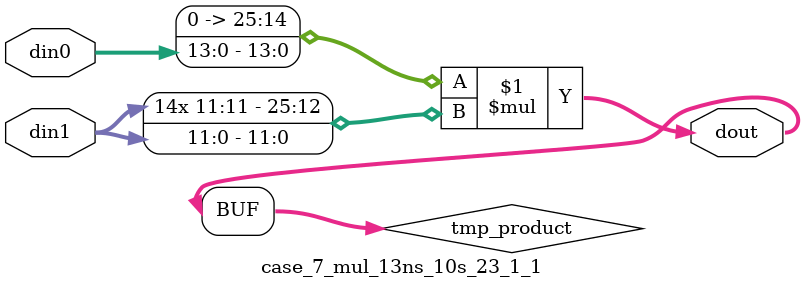
<source format=v>

`timescale 1 ns / 1 ps

 (* use_dsp = "no" *)  module case_7_mul_13ns_10s_23_1_1(din0, din1, dout);
parameter ID = 1;
parameter NUM_STAGE = 0;
parameter din0_WIDTH = 14;
parameter din1_WIDTH = 12;
parameter dout_WIDTH = 26;

input [din0_WIDTH - 1 : 0] din0; 
input [din1_WIDTH - 1 : 0] din1; 
output [dout_WIDTH - 1 : 0] dout;

wire signed [dout_WIDTH - 1 : 0] tmp_product;

























assign tmp_product = $signed({1'b0, din0}) * $signed(din1);










assign dout = tmp_product;





















endmodule

</source>
